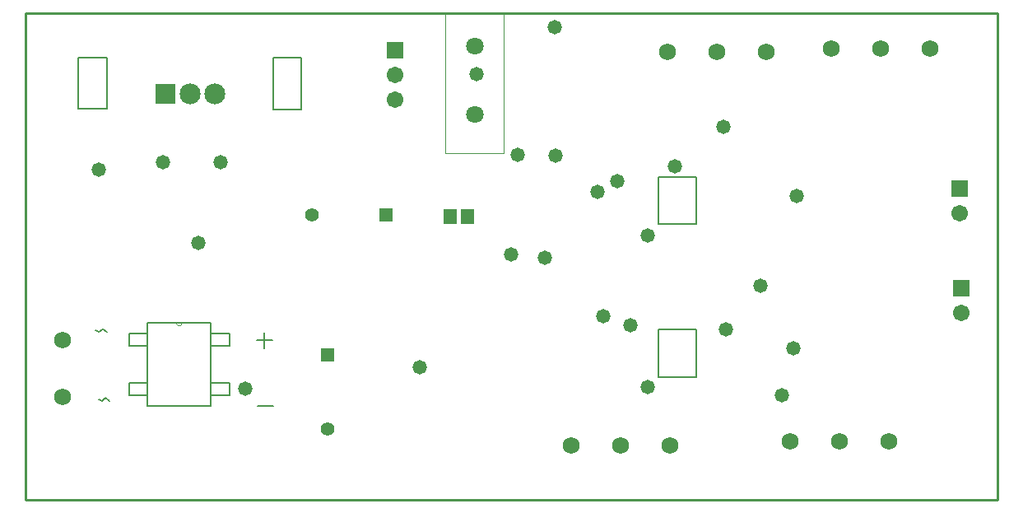
<source format=gbs>
G04*
G04 #@! TF.GenerationSoftware,Altium Limited,Altium Designer,18.0.12 (696)*
G04*
G04 Layer_Color=16711935*
%FSLAX43Y43*%
%MOMM*%
G71*
G01*
G75*
%ADD11C,0.000*%
%ADD13C,0.254*%
%ADD14C,0.127*%
%ADD16C,0.152*%
%ADD18C,0.198*%
%ADD49C,1.727*%
%ADD50C,1.403*%
%ADD51R,1.403X1.403*%
%ADD52R,1.403X1.403*%
%ADD53C,1.803*%
%ADD54R,1.703X1.703*%
%ADD55C,1.703*%
%ADD56R,2.153X2.153*%
%ADD57C,2.153*%
%ADD58C,1.473*%
%ADD74R,1.403X1.603*%
D11*
X91895Y43567D02*
G03*
X92505Y43567I305J0D01*
G01*
X119606Y75509D02*
X125606D01*
X119606Y61009D02*
X125606D01*
Y75509D01*
X119606Y61009D02*
Y72809D01*
X119606Y71397D02*
Y75509D01*
D13*
X76403Y25400D02*
X176403D01*
Y75413D01*
X76403D02*
X176403D01*
X76403Y25400D02*
Y75413D01*
D14*
X141501Y37999D02*
Y42899D01*
X145401Y37999D02*
Y42899D01*
X141501D02*
X145401D01*
X141501Y37999D02*
X145401D01*
X141501Y53699D02*
X145401D01*
X141501Y58599D02*
X145401D01*
Y53699D02*
Y58599D01*
X141501Y53699D02*
Y58599D01*
X101850Y65500D02*
X104750D01*
X101850D02*
Y70800D01*
X104750D01*
Y65500D02*
Y70800D01*
X81850Y70850D02*
X84750D01*
Y65550D02*
Y70850D01*
X81850Y65550D02*
X84750D01*
X81850D02*
Y70850D01*
D16*
X95451Y41230D02*
Y42450D01*
X97356D01*
Y41230D02*
Y42450D01*
X95451Y41230D02*
X97356D01*
X95451Y36150D02*
Y37370D01*
X97356D01*
Y36150D02*
Y37370D01*
X95451Y36150D02*
X97356D01*
X88949D02*
Y37370D01*
X87044Y36150D02*
X88949D01*
X87044D02*
Y37370D01*
X88949D01*
Y41230D02*
Y42450D01*
X87044Y41230D02*
X88949D01*
X87044D02*
Y42450D01*
X88949D01*
Y35033D02*
X95451D01*
X88949D02*
Y43567D01*
X91895D01*
X92505D01*
X95451D01*
Y35033D02*
Y43567D01*
D18*
X85061Y35564D02*
X84614Y35832D01*
X84257Y35564D01*
X83900Y35742D01*
X84764Y42657D02*
X84318Y42925D01*
X83961Y42657D01*
X83604Y42836D01*
X101865Y35038D02*
X100259D01*
X100989Y42569D02*
Y40962D01*
X101793Y41765D02*
X100186D01*
D49*
X142697Y30937D02*
D03*
X137617D02*
D03*
X132537D02*
D03*
X165227Y31344D02*
D03*
X160147D02*
D03*
X155067D02*
D03*
X169418Y71806D02*
D03*
X164338D02*
D03*
X159258D02*
D03*
X152603Y71425D02*
D03*
X147523D02*
D03*
X142443D02*
D03*
X80188Y35958D02*
D03*
Y41758D02*
D03*
D50*
X107442Y32614D02*
D03*
X105890Y54700D02*
D03*
D51*
X107442Y40234D02*
D03*
D52*
X113510Y54700D02*
D03*
D53*
X122606Y65009D02*
D03*
Y72009D02*
D03*
D54*
X114376Y71628D02*
D03*
X172451Y57389D02*
D03*
X172651Y47089D02*
D03*
D55*
X114376Y69088D02*
D03*
Y66548D02*
D03*
X172451Y54849D02*
D03*
X172651Y44549D02*
D03*
D56*
X90820Y67100D02*
D03*
D57*
X93360D02*
D03*
X95900D02*
D03*
D58*
X130937Y60731D02*
D03*
X127025Y60884D02*
D03*
X94183Y51816D02*
D03*
X83947Y59334D02*
D03*
X90500Y60096D02*
D03*
X96466Y60122D02*
D03*
X99035Y36779D02*
D03*
X116967Y39014D02*
D03*
X130875Y74001D02*
D03*
X122758Y69139D02*
D03*
X143180Y59690D02*
D03*
X140360Y52578D02*
D03*
X135788Y44247D02*
D03*
X138659Y43307D02*
D03*
X154190Y36093D02*
D03*
X129819Y50267D02*
D03*
X126314Y50622D02*
D03*
X148412Y42875D02*
D03*
X151994Y47371D02*
D03*
X140386Y36982D02*
D03*
X155690Y56642D02*
D03*
X155423Y40945D02*
D03*
X137236Y58166D02*
D03*
X135220Y57058D02*
D03*
X148213Y63758D02*
D03*
D74*
X120080Y54483D02*
D03*
X121880D02*
D03*
M02*

</source>
